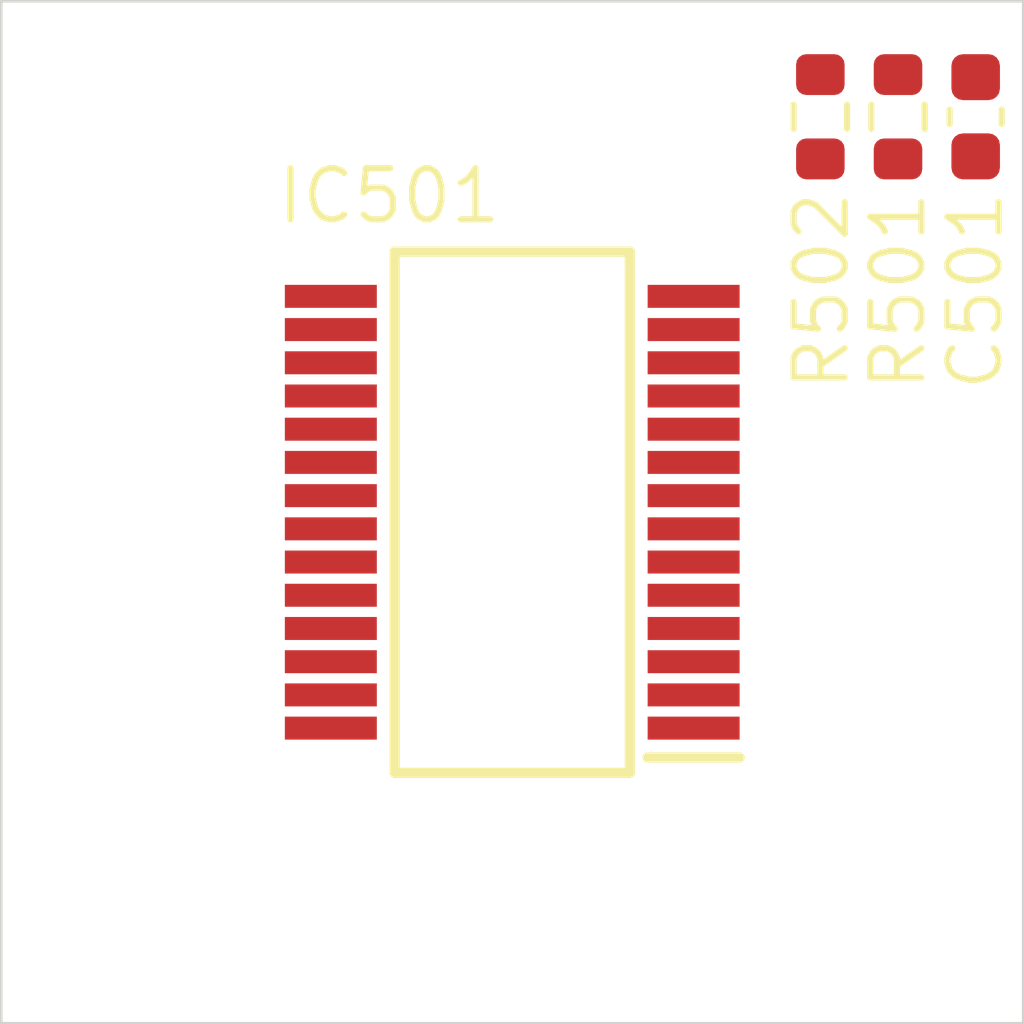
<source format=kicad_pcb>
(kicad_pcb (version 20171130) (host pcbnew 5.1.12-84ad8e8a86~92~ubuntu18.04.1)

  (general
    (thickness 1.6)
    (drawings 4)
    (tracks 0)
    (zones 0)
    (modules 4)
    (nets 29)
  )

  (page A4)
  (title_block
    (title "dual thermocouple datalogger")
    (date 2021-01-15)
    (rev v1.1a)
    (comment 3 "License: Proprietry")
    (comment 4 "Luke Vassallo")
  )

  (layers
    (0 F.Cu signal)
    (31 B.Cu signal)
    (32 B.Adhes user)
    (33 F.Adhes user)
    (34 B.Paste user)
    (35 F.Paste user)
    (36 B.SilkS user)
    (37 F.SilkS user)
    (38 B.Mask user)
    (39 F.Mask user)
    (40 Dwgs.User user)
    (41 Cmts.User user)
    (42 Eco1.User user)
    (43 Eco2.User user)
    (44 Edge.Cuts user)
    (45 Margin user)
    (46 B.CrtYd user)
    (47 F.CrtYd user)
    (48 B.Fab user hide)
    (49 F.Fab user hide)
  )

  (setup
    (last_trace_width 0.254)
    (user_trace_width 0.2)
    (user_trace_width 0.3)
    (user_trace_width 0.4)
    (user_trace_width 0.45)
    (user_trace_width 0.5)
    (user_trace_width 0.6)
    (user_trace_width 0.8)
    (user_trace_width 0.9)
    (user_trace_width 1)
    (trace_clearance 0.2)
    (zone_clearance 0)
    (zone_45_only no)
    (trace_min 0.2)
    (via_size 0.8)
    (via_drill 0.4)
    (via_min_size 0.4)
    (via_min_drill 0.3)
    (user_via 0.6 0.3)
    (user_via 6.5 3.5)
    (uvia_size 0.3)
    (uvia_drill 0.1)
    (uvias_allowed no)
    (uvia_min_size 0.2)
    (uvia_min_drill 0.1)
    (edge_width 0.05)
    (segment_width 0.2)
    (pcb_text_width 0.3)
    (pcb_text_size 1.5 1.5)
    (mod_edge_width 0.12)
    (mod_text_size 1 1)
    (mod_text_width 0.15)
    (pad_size 0.4 1.35)
    (pad_drill 0)
    (pad_to_mask_clearance 0)
    (aux_axis_origin 0 0)
    (visible_elements FFFFFF7F)
    (pcbplotparams
      (layerselection 0x010f0_ffffffff)
      (usegerberextensions false)
      (usegerberattributes true)
      (usegerberadvancedattributes true)
      (creategerberjobfile true)
      (excludeedgelayer true)
      (linewidth 0.100000)
      (plotframeref false)
      (viasonmask false)
      (mode 1)
      (useauxorigin false)
      (hpglpennumber 1)
      (hpglpenspeed 20)
      (hpglpendiameter 15.000000)
      (psnegative false)
      (psa4output false)
      (plotreference true)
      (plotvalue true)
      (plotinvisibletext false)
      (padsonsilk false)
      (subtractmaskfromsilk false)
      (outputformat 1)
      (mirror false)
      (drillshape 0)
      (scaleselection 1)
      (outputdirectory "fabrication-outputs/"))
  )

  (net 0 "")
  (net 1 /processor/ICSP_MCLR)
  (net 2 3V3)
  (net 3 /processor/~MCLR)
  (net 4 /thermocouple/MOSI)
  (net 5 /thermocouple/MISO)
  (net 6 /thermocouple/SCK)
  (net 7 /thermocouple/CS0)
  (net 8 /thermocouple/CS1)
  (net 9 /processor/ICSPCLK)
  (net 10 /processor/ICSPDAT)
  (net 11 "Net-(IC501-Pad9)")
  (net 12 "Net-(IC501-Pad10)")
  (net 13 /thermocouple/CS2)
  (net 14 /thermocouple/CS3)
  (net 15 GND)
  (net 16 "Net-(IC501-Pad18)")
  (net 17 /processor/mcu_tx1)
  (net 18 /processor/mcu_rx1)
  (net 19 "Net-(IC501-Pad3)")
  (net 20 "Net-(IC501-Pad5)")
  (net 21 "Net-(IC501-Pad7)")
  (net 22 "Net-(IC501-Pad25)")
  (net 23 "Net-(IC501-Pad26)")
  (net 24 "Net-(IC501-Pad2)")
  (net 25 "Net-(IC501-Pad4)")
  (net 26 "Net-(IC501-Pad6)")
  (net 27 /processor/mcu_tx2)
  (net 28 /processor/mcu_rx2)

  (net_class Default "This is the default net class."
    (clearance 0.2)
    (trace_width 0.254)
    (via_dia 0.8)
    (via_drill 0.4)
    (uvia_dia 0.3)
    (uvia_drill 0.1)
    (add_net /processor/ICSPCLK)
    (add_net /processor/ICSPDAT)
    (add_net /processor/ICSP_MCLR)
    (add_net /processor/mcu_rx1)
    (add_net /processor/mcu_rx2)
    (add_net /processor/mcu_tx1)
    (add_net /processor/mcu_tx2)
    (add_net /processor/~MCLR)
    (add_net /thermocouple/CS0)
    (add_net /thermocouple/CS1)
    (add_net /thermocouple/CS2)
    (add_net /thermocouple/CS3)
    (add_net /thermocouple/MISO)
    (add_net /thermocouple/MOSI)
    (add_net /thermocouple/SCK)
    (add_net 3V3)
    (add_net GND)
    (add_net "Net-(IC501-Pad10)")
    (add_net "Net-(IC501-Pad18)")
    (add_net "Net-(IC501-Pad2)")
    (add_net "Net-(IC501-Pad25)")
    (add_net "Net-(IC501-Pad26)")
    (add_net "Net-(IC501-Pad3)")
    (add_net "Net-(IC501-Pad4)")
    (add_net "Net-(IC501-Pad5)")
    (add_net "Net-(IC501-Pad6)")
    (add_net "Net-(IC501-Pad7)")
    (add_net "Net-(IC501-Pad9)")
  )

  (module Capacitor_SMD:C_0603_1608Metric (layer F.Cu) (tedit 5F68FEEE) (tstamp 60020B21)
    (at 169.07 108.26 90)
    (descr "Capacitor SMD 0603 (1608 Metric), square (rectangular) end terminal, IPC_7351 nominal, (Body size source: IPC-SM-782 page 76, https://www.pcb-3d.com/wordpress/wp-content/uploads/ipc-sm-782a_amendment_1_and_2.pdf), generated with kicad-footprint-generator")
    (tags capacitor)
    (path /5FFF6E7E/6031E6DE)
    (attr smd)
    (fp_text reference C501 (at -3.41 -0.01 90) (layer F.SilkS)
      (effects (font (size 1 1) (thickness 0.12)))
    )
    (fp_text value 0.1uF (at 0 1.43 90) (layer F.Fab)
      (effects (font (size 1 1) (thickness 0.15)))
    )
    (fp_line (start -0.8 0.4) (end -0.8 -0.4) (layer F.Fab) (width 0.1))
    (fp_line (start -0.8 -0.4) (end 0.8 -0.4) (layer F.Fab) (width 0.1))
    (fp_line (start 0.8 -0.4) (end 0.8 0.4) (layer F.Fab) (width 0.1))
    (fp_line (start 0.8 0.4) (end -0.8 0.4) (layer F.Fab) (width 0.1))
    (fp_line (start -0.14058 -0.51) (end 0.14058 -0.51) (layer F.SilkS) (width 0.12))
    (fp_line (start -0.14058 0.51) (end 0.14058 0.51) (layer F.SilkS) (width 0.12))
    (fp_line (start -1.48 0.73) (end -1.48 -0.73) (layer F.CrtYd) (width 0.05))
    (fp_line (start -1.48 -0.73) (end 1.48 -0.73) (layer F.CrtYd) (width 0.05))
    (fp_line (start 1.48 -0.73) (end 1.48 0.73) (layer F.CrtYd) (width 0.05))
    (fp_line (start 1.48 0.73) (end -1.48 0.73) (layer F.CrtYd) (width 0.05))
    (fp_text user %R (at 0 0 90) (layer F.Fab)
      (effects (font (size 0.4 0.4) (thickness 0.06)))
    )
    (pad 1 smd roundrect (at -0.775 0 90) (size 0.9 0.95) (layers F.Cu F.Paste F.Mask) (roundrect_rratio 0.25)
      (net 1 /processor/ICSP_MCLR))
    (pad 2 smd roundrect (at 0.775 0 90) (size 0.9 0.95) (layers F.Cu F.Paste F.Mask) (roundrect_rratio 0.25)
      (net 15 GND))
    (model ${KISYS3DMOD}/Capacitor_SMD.3dshapes/C_0603_1608Metric.wrl
      (at (xyz 0 0 0))
      (scale (xyz 1 1 1))
      (rotate (xyz 0 0 0))
    )
  )

  (module PIC18F26Q10-I_SS:SOP65P780X200-28N locked (layer F.Cu) (tedit 6000C863) (tstamp 60020C92)
    (at 160 116 180)
    (descr PIC18F26Q10-I/SS)
    (tags "Integrated Circuit")
    (path /5FFF6E7E/60329119)
    (attr smd)
    (fp_text reference IC501 (at 2.41 6.19) (layer F.SilkS)
      (effects (font (size 1 1) (thickness 0.12)))
    )
    (fp_text value PIC18F26Q10-I_SS (at 0 0) (layer F.SilkS) hide
      (effects (font (size 1 1) (thickness 0.12)))
    )
    (fp_line (start -4.45 -4.8) (end -2.65 -4.8) (layer F.SilkS) (width 0.2))
    (fp_line (start -2.3 5.1) (end -2.3 -5.1) (layer F.SilkS) (width 0.2))
    (fp_line (start 2.3 5.1) (end -2.3 5.1) (layer F.SilkS) (width 0.2))
    (fp_line (start 2.3 -5.1) (end 2.3 5.1) (layer F.SilkS) (width 0.2))
    (fp_line (start -2.3 -5.1) (end 2.3 -5.1) (layer F.SilkS) (width 0.2))
    (fp_line (start -2.65 -4.45) (end -2 -5.1) (layer Dwgs.User) (width 0.1))
    (fp_line (start -2.65 5.1) (end -2.65 -5.1) (layer Dwgs.User) (width 0.1))
    (fp_line (start 2.65 5.1) (end -2.65 5.1) (layer Dwgs.User) (width 0.1))
    (fp_line (start 2.65 -5.1) (end 2.65 5.1) (layer Dwgs.User) (width 0.1))
    (fp_line (start -2.65 -5.1) (end 2.65 -5.1) (layer Dwgs.User) (width 0.1))
    (fp_line (start -4.7 5.5) (end -4.7 -5.5) (layer Dwgs.User) (width 0.05))
    (fp_line (start 4.7 5.5) (end -4.7 5.5) (layer Dwgs.User) (width 0.05))
    (fp_line (start 4.7 -5.5) (end 4.7 5.5) (layer Dwgs.User) (width 0.05))
    (fp_line (start -4.7 -5.5) (end 4.7 -5.5) (layer Dwgs.User) (width 0.05))
    (pad 1 smd rect (at -3.55 -4.225 270) (size 0.45 1.8) (layers F.Cu F.Paste F.Mask)
      (net 3 /processor/~MCLR))
    (pad 2 smd rect (at -3.55 -3.575 270) (size 0.45 1.8) (layers F.Cu F.Paste F.Mask)
      (net 24 "Net-(IC501-Pad2)"))
    (pad 3 smd rect (at -3.55 -2.925 270) (size 0.45 1.8) (layers F.Cu F.Paste F.Mask)
      (net 19 "Net-(IC501-Pad3)"))
    (pad 4 smd rect (at -3.55 -2.275 270) (size 0.45 1.8) (layers F.Cu F.Paste F.Mask)
      (net 25 "Net-(IC501-Pad4)"))
    (pad 5 smd rect (at -3.55 -1.625 270) (size 0.45 1.8) (layers F.Cu F.Paste F.Mask)
      (net 20 "Net-(IC501-Pad5)"))
    (pad 6 smd rect (at -3.55 -0.975 270) (size 0.45 1.8) (layers F.Cu F.Paste F.Mask)
      (net 26 "Net-(IC501-Pad6)"))
    (pad 7 smd rect (at -3.55 -0.325 270) (size 0.45 1.8) (layers F.Cu F.Paste F.Mask)
      (net 21 "Net-(IC501-Pad7)"))
    (pad 8 smd rect (at -3.55 0.325 270) (size 0.45 1.8) (layers F.Cu F.Paste F.Mask)
      (net 15 GND))
    (pad 9 smd rect (at -3.55 0.975 270) (size 0.45 1.8) (layers F.Cu F.Paste F.Mask)
      (net 11 "Net-(IC501-Pad9)"))
    (pad 10 smd rect (at -3.55 1.625 270) (size 0.45 1.8) (layers F.Cu F.Paste F.Mask)
      (net 12 "Net-(IC501-Pad10)"))
    (pad 11 smd rect (at -3.55 2.275 270) (size 0.45 1.8) (layers F.Cu F.Paste F.Mask)
      (net 17 /processor/mcu_tx1))
    (pad 12 smd rect (at -3.55 2.925 270) (size 0.45 1.8) (layers F.Cu F.Paste F.Mask)
      (net 18 /processor/mcu_rx1))
    (pad 13 smd rect (at -3.55 3.575 270) (size 0.45 1.8) (layers F.Cu F.Paste F.Mask)
      (net 28 /processor/mcu_rx2))
    (pad 14 smd rect (at -3.55 4.225 270) (size 0.45 1.8) (layers F.Cu F.Paste F.Mask)
      (net 27 /processor/mcu_tx2))
    (pad 15 smd rect (at 3.55 4.225 270) (size 0.45 1.8) (layers F.Cu F.Paste F.Mask)
      (net 4 /thermocouple/MOSI))
    (pad 16 smd rect (at 3.55 3.575 270) (size 0.45 1.8) (layers F.Cu F.Paste F.Mask)
      (net 5 /thermocouple/MISO))
    (pad 17 smd rect (at 3.55 2.925 270) (size 0.45 1.8) (layers F.Cu F.Paste F.Mask)
      (net 6 /thermocouple/SCK))
    (pad 18 smd rect (at 3.55 2.275 270) (size 0.45 1.8) (layers F.Cu F.Paste F.Mask)
      (net 16 "Net-(IC501-Pad18)"))
    (pad 19 smd rect (at 3.55 1.625 270) (size 0.45 1.8) (layers F.Cu F.Paste F.Mask)
      (net 15 GND))
    (pad 20 smd rect (at 3.55 0.975 270) (size 0.45 1.8) (layers F.Cu F.Paste F.Mask)
      (net 2 3V3))
    (pad 21 smd rect (at 3.55 0.325 270) (size 0.45 1.8) (layers F.Cu F.Paste F.Mask)
      (net 7 /thermocouple/CS0))
    (pad 22 smd rect (at 3.55 -0.325 270) (size 0.45 1.8) (layers F.Cu F.Paste F.Mask)
      (net 8 /thermocouple/CS1))
    (pad 23 smd rect (at 3.55 -0.975 270) (size 0.45 1.8) (layers F.Cu F.Paste F.Mask)
      (net 13 /thermocouple/CS2))
    (pad 24 smd rect (at 3.55 -1.625 270) (size 0.45 1.8) (layers F.Cu F.Paste F.Mask)
      (net 14 /thermocouple/CS3))
    (pad 25 smd rect (at 3.55 -2.275 270) (size 0.45 1.8) (layers F.Cu F.Paste F.Mask)
      (net 22 "Net-(IC501-Pad25)"))
    (pad 26 smd rect (at 3.55 -2.925 270) (size 0.45 1.8) (layers F.Cu F.Paste F.Mask)
      (net 23 "Net-(IC501-Pad26)"))
    (pad 27 smd rect (at 3.55 -3.575 270) (size 0.45 1.8) (layers F.Cu F.Paste F.Mask)
      (net 9 /processor/ICSPCLK))
    (pad 28 smd rect (at 3.55 -4.225 270) (size 0.45 1.8) (layers F.Cu F.Paste F.Mask)
      (net 10 /processor/ICSPDAT))
    (model /home/luke/thermocouple-logger/hw/samacsys/LIB_PIC18F26Q10-I_SS/PIC18F26Q10-I_SS/3D/PIC18F26Q10-I_SS.stp
      (at (xyz 0 0 0))
      (scale (xyz 1 1 1))
      (rotate (xyz 0 0 0))
    )
  )

  (module Resistor_SMD:R_0603_1608Metric (layer F.Cu) (tedit 5F68FEEE) (tstamp 60020E20)
    (at 167.55 108.26 270)
    (descr "Resistor SMD 0603 (1608 Metric), square (rectangular) end terminal, IPC_7351 nominal, (Body size source: IPC-SM-782 page 72, https://www.pcb-3d.com/wordpress/wp-content/uploads/ipc-sm-782a_amendment_1_and_2.pdf), generated with kicad-footprint-generator")
    (tags resistor)
    (path /5FFF6E7E/6031F50F)
    (attr smd)
    (fp_text reference R501 (at 3.41 0 90) (layer F.SilkS)
      (effects (font (size 1 1) (thickness 0.12)))
    )
    (fp_text value 10k (at 0 1.43 90) (layer F.Fab)
      (effects (font (size 1 1) (thickness 0.15)))
    )
    (fp_line (start -0.8 0.4125) (end -0.8 -0.4125) (layer F.Fab) (width 0.1))
    (fp_line (start -0.8 -0.4125) (end 0.8 -0.4125) (layer F.Fab) (width 0.1))
    (fp_line (start 0.8 -0.4125) (end 0.8 0.4125) (layer F.Fab) (width 0.1))
    (fp_line (start 0.8 0.4125) (end -0.8 0.4125) (layer F.Fab) (width 0.1))
    (fp_line (start -0.237258 -0.5225) (end 0.237258 -0.5225) (layer F.SilkS) (width 0.12))
    (fp_line (start -0.237258 0.5225) (end 0.237258 0.5225) (layer F.SilkS) (width 0.12))
    (fp_line (start -1.48 0.73) (end -1.48 -0.73) (layer F.CrtYd) (width 0.05))
    (fp_line (start -1.48 -0.73) (end 1.48 -0.73) (layer F.CrtYd) (width 0.05))
    (fp_line (start 1.48 -0.73) (end 1.48 0.73) (layer F.CrtYd) (width 0.05))
    (fp_line (start 1.48 0.73) (end -1.48 0.73) (layer F.CrtYd) (width 0.05))
    (fp_text user %R (at 0 0 90) (layer F.Fab)
      (effects (font (size 0.4 0.4) (thickness 0.06)))
    )
    (pad 1 smd roundrect (at -0.825 0 270) (size 0.8 0.95) (layers F.Cu F.Paste F.Mask) (roundrect_rratio 0.25)
      (net 2 3V3))
    (pad 2 smd roundrect (at 0.825 0 270) (size 0.8 0.95) (layers F.Cu F.Paste F.Mask) (roundrect_rratio 0.25)
      (net 1 /processor/ICSP_MCLR))
    (model ${KISYS3DMOD}/Resistor_SMD.3dshapes/R_0603_1608Metric.wrl
      (at (xyz 0 0 0))
      (scale (xyz 1 1 1))
      (rotate (xyz 0 0 0))
    )
  )

  (module Resistor_SMD:R_0603_1608Metric (layer F.Cu) (tedit 5F68FEEE) (tstamp 60020E31)
    (at 166.03 108.26 270)
    (descr "Resistor SMD 0603 (1608 Metric), square (rectangular) end terminal, IPC_7351 nominal, (Body size source: IPC-SM-782 page 72, https://www.pcb-3d.com/wordpress/wp-content/uploads/ipc-sm-782a_amendment_1_and_2.pdf), generated with kicad-footprint-generator")
    (tags resistor)
    (path /5FFF6E7E/60323243)
    (attr smd)
    (fp_text reference R502 (at 3.41 -0.02 90) (layer F.SilkS)
      (effects (font (size 1 1) (thickness 0.12)))
    )
    (fp_text value 100 (at 0 1.43 90) (layer F.Fab)
      (effects (font (size 1 1) (thickness 0.15)))
    )
    (fp_line (start 1.48 0.73) (end -1.48 0.73) (layer F.CrtYd) (width 0.05))
    (fp_line (start 1.48 -0.73) (end 1.48 0.73) (layer F.CrtYd) (width 0.05))
    (fp_line (start -1.48 -0.73) (end 1.48 -0.73) (layer F.CrtYd) (width 0.05))
    (fp_line (start -1.48 0.73) (end -1.48 -0.73) (layer F.CrtYd) (width 0.05))
    (fp_line (start -0.237258 0.5225) (end 0.237258 0.5225) (layer F.SilkS) (width 0.12))
    (fp_line (start -0.237258 -0.5225) (end 0.237258 -0.5225) (layer F.SilkS) (width 0.12))
    (fp_line (start 0.8 0.4125) (end -0.8 0.4125) (layer F.Fab) (width 0.1))
    (fp_line (start 0.8 -0.4125) (end 0.8 0.4125) (layer F.Fab) (width 0.1))
    (fp_line (start -0.8 -0.4125) (end 0.8 -0.4125) (layer F.Fab) (width 0.1))
    (fp_line (start -0.8 0.4125) (end -0.8 -0.4125) (layer F.Fab) (width 0.1))
    (fp_text user %R (at 0 0 90) (layer F.Fab)
      (effects (font (size 0.4 0.4) (thickness 0.06)))
    )
    (pad 2 smd roundrect (at 0.825 0 270) (size 0.8 0.95) (layers F.Cu F.Paste F.Mask) (roundrect_rratio 0.25)
      (net 1 /processor/ICSP_MCLR))
    (pad 1 smd roundrect (at -0.825 0 270) (size 0.8 0.95) (layers F.Cu F.Paste F.Mask) (roundrect_rratio 0.25)
      (net 3 /processor/~MCLR))
    (model ${KISYS3DMOD}/Resistor_SMD.3dshapes/R_0603_1608Metric.wrl
      (at (xyz 0 0 0))
      (scale (xyz 1 1 1))
      (rotate (xyz 0 0 0))
    )
  )

  (gr_line (start 150 106) (end 170 106) (layer Edge.Cuts) (width 0.05) (tstamp 60259A4B))
  (gr_line (start 150 126) (end 150 106) (layer Edge.Cuts) (width 0.05))
  (gr_line (start 150 126) (end 170 126) (layer Edge.Cuts) (width 0.05))
  (gr_line (start 170 106) (end 170 126) (layer Edge.Cuts) (width 0.05) (tstamp 60259A48))

)

</source>
